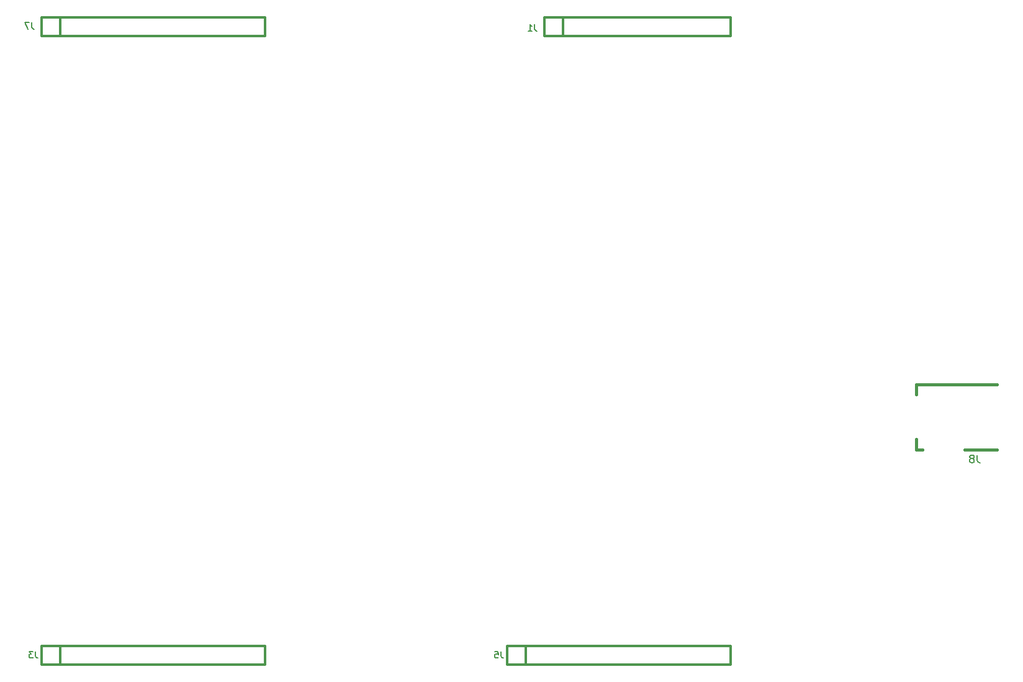
<source format=gbo>
G04 (created by PCBNEW (2013-03-19 BZR 4004)-stable) date 7/29/2015 9:45:37 AM*
%MOIN*%
G04 Gerber Fmt 3.4, Leading zero omitted, Abs format*
%FSLAX34Y34*%
G01*
G70*
G90*
G04 APERTURE LIST*
%ADD10C,0.007*%
%ADD11C,0.015*%
%ADD12C,0.012*%
%ADD13C,0.008*%
%ADD14C,0.2*%
%ADD15C,0.18*%
%ADD16R,0.06X0.06*%
%ADD17C,0.06*%
G04 APERTURE END LIST*
G54D10*
G54D11*
X52450Y-25500D02*
X52800Y-25500D01*
X56800Y-25500D02*
X55050Y-25500D01*
X52450Y-25500D02*
X52450Y-24950D01*
X52450Y-22000D02*
X52450Y-22550D01*
X52450Y-22000D02*
X56800Y-22000D01*
G54D12*
X5500Y-2300D02*
X5500Y-2300D01*
X5500Y-2300D02*
X5500Y-3300D01*
X5500Y-3300D02*
X15500Y-3300D01*
X15500Y-2300D02*
X5500Y-2300D01*
X6500Y-2300D02*
X6500Y-3300D01*
X15500Y-3300D02*
X17250Y-3300D01*
X17250Y-3300D02*
X17500Y-3300D01*
X17500Y-3300D02*
X17500Y-2300D01*
X17500Y-2300D02*
X15500Y-2300D01*
X30500Y-36050D02*
X30500Y-36050D01*
X30500Y-36050D02*
X30500Y-37050D01*
X30500Y-37050D02*
X40500Y-37050D01*
X40500Y-36050D02*
X30500Y-36050D01*
X31500Y-36050D02*
X31500Y-37050D01*
X40500Y-37050D02*
X42250Y-37050D01*
X42250Y-37050D02*
X42500Y-37050D01*
X42500Y-37050D02*
X42500Y-36050D01*
X42500Y-36050D02*
X40500Y-36050D01*
X5500Y-36050D02*
X5500Y-36050D01*
X5500Y-36050D02*
X5500Y-37050D01*
X5500Y-37050D02*
X15500Y-37050D01*
X15500Y-36050D02*
X5500Y-36050D01*
X6500Y-36050D02*
X6500Y-37050D01*
X15500Y-37050D02*
X17250Y-37050D01*
X17250Y-37050D02*
X17500Y-37050D01*
X17500Y-37050D02*
X17500Y-36050D01*
X17500Y-36050D02*
X15500Y-36050D01*
X32500Y-2300D02*
X32500Y-3300D01*
X32500Y-3300D02*
X42500Y-3300D01*
X42500Y-3300D02*
X42500Y-2300D01*
X42500Y-2300D02*
X32500Y-2300D01*
X33500Y-2300D02*
X33500Y-3300D01*
G54D13*
X55733Y-25811D02*
X55733Y-26097D01*
X55752Y-26154D01*
X55790Y-26192D01*
X55847Y-26211D01*
X55885Y-26211D01*
X55485Y-25983D02*
X55523Y-25964D01*
X55542Y-25945D01*
X55561Y-25907D01*
X55561Y-25888D01*
X55542Y-25850D01*
X55523Y-25830D01*
X55485Y-25811D01*
X55409Y-25811D01*
X55371Y-25830D01*
X55352Y-25850D01*
X55333Y-25888D01*
X55333Y-25907D01*
X55352Y-25945D01*
X55371Y-25964D01*
X55409Y-25983D01*
X55485Y-25983D01*
X55523Y-26002D01*
X55542Y-26021D01*
X55561Y-26059D01*
X55561Y-26135D01*
X55542Y-26173D01*
X55523Y-26192D01*
X55485Y-26211D01*
X55409Y-26211D01*
X55371Y-26192D01*
X55352Y-26173D01*
X55333Y-26135D01*
X55333Y-26059D01*
X55352Y-26021D01*
X55371Y-26002D01*
X55409Y-25983D01*
G54D10*
X4966Y-2591D02*
X4966Y-2841D01*
X4983Y-2891D01*
X5016Y-2925D01*
X5066Y-2941D01*
X5100Y-2941D01*
X4833Y-2591D02*
X4600Y-2591D01*
X4750Y-2941D01*
X30166Y-36341D02*
X30166Y-36591D01*
X30183Y-36641D01*
X30216Y-36675D01*
X30266Y-36691D01*
X30300Y-36691D01*
X29833Y-36341D02*
X30000Y-36341D01*
X30016Y-36508D01*
X30000Y-36491D01*
X29966Y-36475D01*
X29883Y-36475D01*
X29850Y-36491D01*
X29833Y-36508D01*
X29816Y-36541D01*
X29816Y-36625D01*
X29833Y-36658D01*
X29850Y-36675D01*
X29883Y-36691D01*
X29966Y-36691D01*
X30000Y-36675D01*
X30016Y-36658D01*
X5166Y-36341D02*
X5166Y-36591D01*
X5183Y-36641D01*
X5216Y-36675D01*
X5266Y-36691D01*
X5300Y-36691D01*
X5033Y-36341D02*
X4816Y-36341D01*
X4933Y-36475D01*
X4883Y-36475D01*
X4850Y-36491D01*
X4833Y-36508D01*
X4816Y-36541D01*
X4816Y-36625D01*
X4833Y-36658D01*
X4850Y-36675D01*
X4883Y-36691D01*
X4983Y-36691D01*
X5016Y-36675D01*
X5033Y-36658D01*
X31966Y-2691D02*
X31966Y-2941D01*
X31983Y-2991D01*
X32016Y-3025D01*
X32066Y-3041D01*
X32100Y-3041D01*
X31616Y-3041D02*
X31816Y-3041D01*
X31716Y-3041D02*
X31716Y-2691D01*
X31750Y-2741D01*
X31783Y-2775D01*
X31816Y-2791D01*
%LPC*%
G54D14*
X52700Y-23750D03*
G54D15*
X55200Y-23750D03*
X53900Y-25650D03*
G54D16*
X6000Y-2800D03*
G54D17*
X7000Y-2800D03*
X8000Y-2800D03*
X9000Y-2800D03*
X10000Y-2800D03*
X11000Y-2800D03*
X12000Y-2800D03*
X13000Y-2800D03*
X14000Y-2800D03*
X15000Y-2800D03*
X16000Y-2800D03*
X17000Y-2800D03*
G54D16*
X31000Y-37550D03*
G54D17*
X32000Y-37550D03*
X33000Y-37550D03*
X34000Y-37550D03*
X35000Y-37550D03*
X36000Y-37550D03*
X37000Y-37550D03*
X38000Y-37550D03*
X39000Y-37550D03*
X40000Y-37550D03*
X41000Y-37550D03*
X42000Y-37550D03*
G54D16*
X31000Y-36550D03*
G54D17*
X32000Y-36550D03*
X33000Y-36550D03*
X34000Y-36550D03*
X35000Y-36550D03*
X36000Y-36550D03*
X37000Y-36550D03*
X38000Y-36550D03*
X39000Y-36550D03*
X40000Y-36550D03*
X41000Y-36550D03*
X42000Y-36550D03*
G54D16*
X6000Y-37550D03*
G54D17*
X7000Y-37550D03*
X8000Y-37550D03*
X9000Y-37550D03*
X10000Y-37550D03*
X11000Y-37550D03*
X12000Y-37550D03*
X13000Y-37550D03*
X14000Y-37550D03*
X15000Y-37550D03*
X16000Y-37550D03*
X17000Y-37550D03*
G54D16*
X6000Y-36550D03*
G54D17*
X7000Y-36550D03*
X8000Y-36550D03*
X9000Y-36550D03*
X10000Y-36550D03*
X11000Y-36550D03*
X12000Y-36550D03*
X13000Y-36550D03*
X14000Y-36550D03*
X15000Y-36550D03*
X16000Y-36550D03*
X17000Y-36550D03*
G54D16*
X31000Y-1800D03*
G54D17*
X32000Y-1800D03*
X33000Y-1800D03*
X34000Y-1800D03*
X35000Y-1800D03*
X36000Y-1800D03*
X37000Y-1800D03*
X38000Y-1800D03*
X39000Y-1800D03*
X40000Y-1800D03*
X41000Y-1800D03*
X42000Y-1800D03*
G54D16*
X33000Y-2800D03*
G54D17*
X34000Y-2800D03*
X35000Y-2800D03*
X36000Y-2800D03*
X37000Y-2800D03*
X38000Y-2800D03*
X39000Y-2800D03*
X40000Y-2800D03*
X41000Y-2800D03*
X42000Y-2800D03*
M02*

</source>
